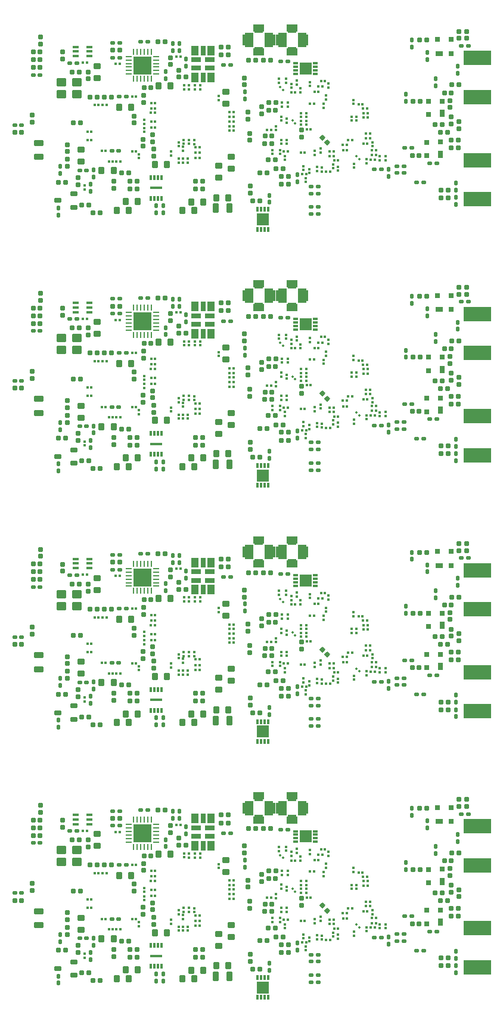
<source format=gbp>
G04 Layer_Color=128*
%FSLAX44Y44*%
%MOMM*%
G71*
G01*
G75*
G04:AMPARAMS|DCode=19|XSize=0.6mm|YSize=0.6mm|CornerRadius=0.06mm|HoleSize=0mm|Usage=FLASHONLY|Rotation=180.000|XOffset=0mm|YOffset=0mm|HoleType=Round|Shape=RoundedRectangle|*
%AMROUNDEDRECTD19*
21,1,0.6000,0.4800,0,0,180.0*
21,1,0.4800,0.6000,0,0,180.0*
1,1,0.1200,-0.2400,0.2400*
1,1,0.1200,0.2400,0.2400*
1,1,0.1200,0.2400,-0.2400*
1,1,0.1200,-0.2400,-0.2400*
%
%ADD19ROUNDEDRECTD19*%
%ADD20R,4.0000X2.0000*%
G04:AMPARAMS|DCode=22|XSize=0.5mm|YSize=0.6mm|CornerRadius=0.05mm|HoleSize=0mm|Usage=FLASHONLY|Rotation=0.000|XOffset=0mm|YOffset=0mm|HoleType=Round|Shape=RoundedRectangle|*
%AMROUNDEDRECTD22*
21,1,0.5000,0.5000,0,0,0.0*
21,1,0.4000,0.6000,0,0,0.0*
1,1,0.1000,0.2000,-0.2500*
1,1,0.1000,-0.2000,-0.2500*
1,1,0.1000,-0.2000,0.2500*
1,1,0.1000,0.2000,0.2500*
%
%ADD22ROUNDEDRECTD22*%
G04:AMPARAMS|DCode=23|XSize=0.6mm|YSize=0.6mm|CornerRadius=0.06mm|HoleSize=0mm|Usage=FLASHONLY|Rotation=270.000|XOffset=0mm|YOffset=0mm|HoleType=Round|Shape=RoundedRectangle|*
%AMROUNDEDRECTD23*
21,1,0.6000,0.4800,0,0,270.0*
21,1,0.4800,0.6000,0,0,270.0*
1,1,0.1200,-0.2400,-0.2400*
1,1,0.1200,-0.2400,0.2400*
1,1,0.1200,0.2400,0.2400*
1,1,0.1200,0.2400,-0.2400*
%
%ADD23ROUNDEDRECTD23*%
G04:AMPARAMS|DCode=24|XSize=1mm|YSize=0.9mm|CornerRadius=0.1125mm|HoleSize=0mm|Usage=FLASHONLY|Rotation=180.000|XOffset=0mm|YOffset=0mm|HoleType=Round|Shape=RoundedRectangle|*
%AMROUNDEDRECTD24*
21,1,1.0000,0.6750,0,0,180.0*
21,1,0.7750,0.9000,0,0,180.0*
1,1,0.2250,-0.3875,0.3375*
1,1,0.2250,0.3875,0.3375*
1,1,0.2250,0.3875,-0.3375*
1,1,0.2250,-0.3875,-0.3375*
%
%ADD24ROUNDEDRECTD24*%
G04:AMPARAMS|DCode=25|XSize=0.5mm|YSize=0.6mm|CornerRadius=0.05mm|HoleSize=0mm|Usage=FLASHONLY|Rotation=90.000|XOffset=0mm|YOffset=0mm|HoleType=Round|Shape=RoundedRectangle|*
%AMROUNDEDRECTD25*
21,1,0.5000,0.5000,0,0,90.0*
21,1,0.4000,0.6000,0,0,90.0*
1,1,0.1000,0.2500,0.2000*
1,1,0.1000,0.2500,-0.2000*
1,1,0.1000,-0.2500,-0.2000*
1,1,0.1000,-0.2500,0.2000*
%
%ADD25ROUNDEDRECTD25*%
%ADD35R,0.3500X0.3000*%
%ADD40R,0.3000X0.3500*%
G04:AMPARAMS|DCode=43|XSize=1.3mm|YSize=0.8mm|CornerRadius=0.1mm|HoleSize=0mm|Usage=FLASHONLY|Rotation=270.000|XOffset=0mm|YOffset=0mm|HoleType=Round|Shape=RoundedRectangle|*
%AMROUNDEDRECTD43*
21,1,1.3000,0.6000,0,0,270.0*
21,1,1.1000,0.8000,0,0,270.0*
1,1,0.2000,-0.3000,-0.5500*
1,1,0.2000,-0.3000,0.5500*
1,1,0.2000,0.3000,0.5500*
1,1,0.2000,0.3000,-0.5500*
%
%ADD43ROUNDEDRECTD43*%
%ADD80R,1.5500X1.0000*%
%ADD81R,1.2000X1.6000*%
%ADD82R,1.2000X1.2000*%
%ADD83R,1.2000X2.1500*%
%ADD84R,1.8000X0.3000*%
%ADD85R,0.3000X0.8000*%
%ADD86R,1.0000X0.7000*%
%ADD87R,0.7000X0.7000*%
%ADD88R,0.7000X0.7000*%
%ADD89R,0.7000X1.0000*%
G04:AMPARAMS|DCode=90|XSize=0.6mm|YSize=1mm|CornerRadius=0.075mm|HoleSize=0mm|Usage=FLASHONLY|Rotation=270.000|XOffset=0mm|YOffset=0mm|HoleType=Round|Shape=RoundedRectangle|*
%AMROUNDEDRECTD90*
21,1,0.6000,0.8500,0,0,270.0*
21,1,0.4500,1.0000,0,0,270.0*
1,1,0.1500,-0.4250,-0.2250*
1,1,0.1500,-0.4250,0.2250*
1,1,0.1500,0.4250,0.2250*
1,1,0.1500,0.4250,-0.2250*
%
%ADD90ROUNDEDRECTD90*%
%ADD91R,0.8500X0.4000*%
G04:AMPARAMS|DCode=94|XSize=1.3mm|YSize=0.8mm|CornerRadius=0.1mm|HoleSize=0mm|Usage=FLASHONLY|Rotation=180.000|XOffset=0mm|YOffset=0mm|HoleType=Round|Shape=RoundedRectangle|*
%AMROUNDEDRECTD94*
21,1,1.3000,0.6000,0,0,180.0*
21,1,1.1000,0.8000,0,0,180.0*
1,1,0.2000,-0.5500,0.3000*
1,1,0.2000,0.5500,0.3000*
1,1,0.2000,0.5500,-0.3000*
1,1,0.2000,-0.5500,-0.3000*
%
%ADD94ROUNDEDRECTD94*%
G04:AMPARAMS|DCode=95|XSize=1.4mm|YSize=1.2mm|CornerRadius=0.15mm|HoleSize=0mm|Usage=FLASHONLY|Rotation=0.000|XOffset=0mm|YOffset=0mm|HoleType=Round|Shape=RoundedRectangle|*
%AMROUNDEDRECTD95*
21,1,1.4000,0.9000,0,0,0.0*
21,1,1.1000,1.2000,0,0,0.0*
1,1,0.3000,0.5500,-0.4500*
1,1,0.3000,-0.5500,-0.4500*
1,1,0.3000,-0.5500,0.4500*
1,1,0.3000,0.5500,0.4500*
%
%ADD95ROUNDEDRECTD95*%
%ADD96R,2.6000X2.6000*%
%ADD97O,0.2500X0.9000*%
%ADD98O,0.9000X0.2500*%
G04:AMPARAMS|DCode=99|XSize=1mm|YSize=0.9mm|CornerRadius=0.1125mm|HoleSize=0mm|Usage=FLASHONLY|Rotation=270.000|XOffset=0mm|YOffset=0mm|HoleType=Round|Shape=RoundedRectangle|*
%AMROUNDEDRECTD99*
21,1,1.0000,0.6750,0,0,270.0*
21,1,0.7750,0.9000,0,0,270.0*
1,1,0.2250,-0.3375,-0.3875*
1,1,0.2250,-0.3375,0.3875*
1,1,0.2250,0.3375,0.3875*
1,1,0.2250,0.3375,-0.3875*
%
%ADD99ROUNDEDRECTD99*%
G04:AMPARAMS|DCode=102|XSize=0.3mm|YSize=0.35mm|CornerRadius=0mm|HoleSize=0mm|Usage=FLASHONLY|Rotation=135.000|XOffset=0mm|YOffset=0mm|HoleType=Round|Shape=Rectangle|*
%AMROTATEDRECTD102*
4,1,4,0.2298,0.0177,-0.0177,-0.2298,-0.2298,-0.0177,0.0177,0.2298,0.2298,0.0177,0.0*
%
%ADD102ROTATEDRECTD102*%

G04:AMPARAMS|DCode=103|XSize=0.6mm|YSize=0.6mm|CornerRadius=0.06mm|HoleSize=0mm|Usage=FLASHONLY|Rotation=45.000|XOffset=0mm|YOffset=0mm|HoleType=Round|Shape=RoundedRectangle|*
%AMROUNDEDRECTD103*
21,1,0.6000,0.4800,0,0,45.0*
21,1,0.4800,0.6000,0,0,45.0*
1,1,0.1200,0.3394,0.0000*
1,1,0.1200,0.0000,-0.3394*
1,1,0.1200,-0.3394,0.0000*
1,1,0.1200,0.0000,0.3394*
%
%ADD103ROUNDEDRECTD103*%
%ADD104R,0.7000X1.3500*%
%ADD105R,1.3500X0.7000*%
%ADD106R,1.0000X1.3500*%
%ADD107R,1.7000X1.7000*%
%ADD108R,0.6500X0.3000*%
%ADD109R,1.7000X1.7000*%
%ADD110R,0.3000X0.6500*%
D19*
X245885Y240025D02*
D03*
Y230025D02*
D03*
X631125Y186875D02*
D03*
Y196875D02*
D03*
X632250Y173250D02*
D03*
Y163250D02*
D03*
X37750Y176000D02*
D03*
Y166000D02*
D03*
X208750Y148250D02*
D03*
Y138250D02*
D03*
X195250Y141750D02*
D03*
Y131750D02*
D03*
X195750Y204250D02*
D03*
Y194250D02*
D03*
X181750Y174750D02*
D03*
Y164750D02*
D03*
X209750Y127750D02*
D03*
Y117750D02*
D03*
X344250Y170500D02*
D03*
Y180500D02*
D03*
X346250Y140250D02*
D03*
Y150250D02*
D03*
X363000Y178250D02*
D03*
Y188250D02*
D03*
X339000Y219000D02*
D03*
Y229000D02*
D03*
X347500Y75250D02*
D03*
Y65250D02*
D03*
X87750Y134250D02*
D03*
Y124250D02*
D03*
Y113250D02*
D03*
Y103250D02*
D03*
X117000Y227500D02*
D03*
Y237500D02*
D03*
X80250Y265500D02*
D03*
Y255500D02*
D03*
X102250Y77500D02*
D03*
Y87500D02*
D03*
X153000Y72000D02*
D03*
Y82000D02*
D03*
X643750Y167000D02*
D03*
Y157000D02*
D03*
X419760Y144714D02*
D03*
Y154714D02*
D03*
X233750Y257750D02*
D03*
Y247750D02*
D03*
X49250Y286750D02*
D03*
Y276750D02*
D03*
X654500Y295000D02*
D03*
Y285000D02*
D03*
X643500Y295000D02*
D03*
Y285000D02*
D03*
X245885Y603725D02*
D03*
Y593725D02*
D03*
X631125Y550575D02*
D03*
Y560575D02*
D03*
X632250Y536950D02*
D03*
Y526950D02*
D03*
X37750Y539700D02*
D03*
Y529700D02*
D03*
X208750Y511950D02*
D03*
Y501950D02*
D03*
X195250Y505450D02*
D03*
Y495450D02*
D03*
X195750Y567950D02*
D03*
Y557950D02*
D03*
X181750Y538450D02*
D03*
Y528450D02*
D03*
X209750Y491450D02*
D03*
Y481450D02*
D03*
X344250Y534200D02*
D03*
Y544200D02*
D03*
X346250Y503950D02*
D03*
Y513950D02*
D03*
X363000Y541950D02*
D03*
Y551950D02*
D03*
X339000Y582700D02*
D03*
Y592700D02*
D03*
X347500Y438950D02*
D03*
Y428950D02*
D03*
X87750Y497950D02*
D03*
Y487950D02*
D03*
Y476950D02*
D03*
Y466950D02*
D03*
X117000Y591200D02*
D03*
Y601200D02*
D03*
X80250Y629200D02*
D03*
Y619200D02*
D03*
X102250Y441200D02*
D03*
Y451200D02*
D03*
X153000Y435700D02*
D03*
Y445700D02*
D03*
X643750Y530700D02*
D03*
Y520700D02*
D03*
X419760Y508414D02*
D03*
Y518414D02*
D03*
X233750Y621450D02*
D03*
Y611450D02*
D03*
X49250Y650450D02*
D03*
Y640450D02*
D03*
X654500Y658700D02*
D03*
Y648700D02*
D03*
X643500Y658700D02*
D03*
Y648700D02*
D03*
X245885Y967425D02*
D03*
Y957425D02*
D03*
X631125Y914275D02*
D03*
Y924275D02*
D03*
X632250Y900650D02*
D03*
Y890650D02*
D03*
X37750Y903400D02*
D03*
Y893400D02*
D03*
X208750Y875650D02*
D03*
Y865650D02*
D03*
X195250Y869150D02*
D03*
Y859150D02*
D03*
X195750Y931650D02*
D03*
Y921650D02*
D03*
X181750Y902150D02*
D03*
Y892150D02*
D03*
X209750Y855150D02*
D03*
Y845150D02*
D03*
X344250Y897900D02*
D03*
Y907900D02*
D03*
X346250Y867650D02*
D03*
Y877650D02*
D03*
X363000Y905650D02*
D03*
Y915650D02*
D03*
X339000Y946400D02*
D03*
Y956400D02*
D03*
X347500Y802650D02*
D03*
Y792650D02*
D03*
X87750Y861650D02*
D03*
Y851650D02*
D03*
Y840650D02*
D03*
Y830650D02*
D03*
X117000Y954900D02*
D03*
Y964900D02*
D03*
X80250Y992900D02*
D03*
Y982900D02*
D03*
X102250Y804900D02*
D03*
Y814900D02*
D03*
X153000Y799400D02*
D03*
Y809400D02*
D03*
X643750Y894400D02*
D03*
Y884400D02*
D03*
X419760Y872114D02*
D03*
Y882114D02*
D03*
X233750Y985150D02*
D03*
Y975150D02*
D03*
X49250Y1014150D02*
D03*
Y1004150D02*
D03*
X654500Y1022400D02*
D03*
Y1012400D02*
D03*
X643500Y1022400D02*
D03*
Y1012400D02*
D03*
X245885Y1331125D02*
D03*
Y1321125D02*
D03*
X631125Y1277975D02*
D03*
Y1287975D02*
D03*
X632250Y1264350D02*
D03*
Y1254350D02*
D03*
X37750Y1267100D02*
D03*
Y1257100D02*
D03*
X208750Y1239350D02*
D03*
Y1229350D02*
D03*
X195250Y1232850D02*
D03*
Y1222850D02*
D03*
X195750Y1295350D02*
D03*
Y1285350D02*
D03*
X181750Y1265850D02*
D03*
Y1255850D02*
D03*
X209750Y1218850D02*
D03*
Y1208850D02*
D03*
X344250Y1261600D02*
D03*
Y1271600D02*
D03*
X346250Y1231350D02*
D03*
Y1241350D02*
D03*
X363000Y1269350D02*
D03*
Y1279350D02*
D03*
X339000Y1310100D02*
D03*
Y1320100D02*
D03*
X347500Y1166350D02*
D03*
Y1156350D02*
D03*
X87750Y1225350D02*
D03*
Y1215350D02*
D03*
Y1204350D02*
D03*
Y1194350D02*
D03*
X117000Y1318600D02*
D03*
Y1328600D02*
D03*
X80250Y1356600D02*
D03*
Y1346600D02*
D03*
X102250Y1168600D02*
D03*
Y1178600D02*
D03*
X153000Y1163100D02*
D03*
Y1173100D02*
D03*
X643750Y1258100D02*
D03*
Y1248100D02*
D03*
X419760Y1235814D02*
D03*
Y1245814D02*
D03*
X233750Y1348850D02*
D03*
Y1338850D02*
D03*
X49250Y1377850D02*
D03*
Y1367850D02*
D03*
X654500Y1386100D02*
D03*
Y1376100D02*
D03*
X643500Y1386100D02*
D03*
Y1376100D02*
D03*
D20*
X669450Y201675D02*
D03*
Y257075D02*
D03*
Y112075D02*
D03*
Y56675D02*
D03*
Y565375D02*
D03*
Y620775D02*
D03*
Y475775D02*
D03*
Y420375D02*
D03*
Y929075D02*
D03*
Y984475D02*
D03*
Y839475D02*
D03*
Y784075D02*
D03*
Y1292775D02*
D03*
Y1348175D02*
D03*
Y1203175D02*
D03*
Y1147775D02*
D03*
D22*
X568250Y205750D02*
D03*
Y195750D02*
D03*
X576750Y272500D02*
D03*
Y282500D02*
D03*
X74500Y44250D02*
D03*
Y34250D02*
D03*
X77250Y103250D02*
D03*
Y93250D02*
D03*
X374500Y62250D02*
D03*
Y52250D02*
D03*
X120250Y77750D02*
D03*
Y67750D02*
D03*
X227000Y228000D02*
D03*
Y238000D02*
D03*
X339250Y199000D02*
D03*
Y209000D02*
D03*
X413750Y81250D02*
D03*
X413750Y91250D02*
D03*
X223250Y37250D02*
D03*
Y47250D02*
D03*
X213254D02*
D03*
Y37250D02*
D03*
X256000Y256000D02*
D03*
Y246000D02*
D03*
X246500Y268000D02*
D03*
Y278000D02*
D03*
X237250Y268000D02*
D03*
Y278000D02*
D03*
X610250Y228000D02*
D03*
Y218000D02*
D03*
X599000Y264750D02*
D03*
Y254750D02*
D03*
X543819Y89319D02*
D03*
Y99319D02*
D03*
X125000Y88250D02*
D03*
Y98250D02*
D03*
X642250Y245500D02*
D03*
Y235500D02*
D03*
X639500Y59000D02*
D03*
Y49000D02*
D03*
Y79500D02*
D03*
Y69500D02*
D03*
X568250Y569450D02*
D03*
Y559450D02*
D03*
X576750Y636200D02*
D03*
Y646200D02*
D03*
X74500Y407950D02*
D03*
Y397950D02*
D03*
X77250Y466950D02*
D03*
Y456950D02*
D03*
X374500Y425950D02*
D03*
Y415950D02*
D03*
X120250Y441450D02*
D03*
Y431450D02*
D03*
X227000Y591700D02*
D03*
Y601700D02*
D03*
X339250Y562700D02*
D03*
Y572700D02*
D03*
X413750Y444950D02*
D03*
X413750Y454950D02*
D03*
X223250Y400950D02*
D03*
Y410950D02*
D03*
X213254D02*
D03*
Y400950D02*
D03*
X256000Y619700D02*
D03*
Y609700D02*
D03*
X246500Y631700D02*
D03*
Y641700D02*
D03*
X237250Y631700D02*
D03*
Y641700D02*
D03*
X610250Y591700D02*
D03*
Y581700D02*
D03*
X599000Y628450D02*
D03*
Y618450D02*
D03*
X543819Y453019D02*
D03*
Y463019D02*
D03*
X125000Y451950D02*
D03*
Y461950D02*
D03*
X642250Y609200D02*
D03*
Y599200D02*
D03*
X639500Y422700D02*
D03*
Y412700D02*
D03*
Y443200D02*
D03*
Y433200D02*
D03*
X568250Y933150D02*
D03*
Y923150D02*
D03*
X576750Y999900D02*
D03*
Y1009900D02*
D03*
X74500Y771650D02*
D03*
Y761650D02*
D03*
X77250Y830650D02*
D03*
Y820650D02*
D03*
X374500Y789650D02*
D03*
Y779650D02*
D03*
X120250Y805150D02*
D03*
Y795150D02*
D03*
X227000Y955400D02*
D03*
Y965400D02*
D03*
X339250Y926400D02*
D03*
Y936400D02*
D03*
X413750Y808650D02*
D03*
X413750Y818650D02*
D03*
X223250Y764650D02*
D03*
Y774650D02*
D03*
X213254D02*
D03*
Y764650D02*
D03*
X256000Y983400D02*
D03*
Y973400D02*
D03*
X246500Y995400D02*
D03*
Y1005400D02*
D03*
X237250Y995400D02*
D03*
Y1005400D02*
D03*
X610250Y955400D02*
D03*
Y945400D02*
D03*
X599000Y992150D02*
D03*
Y982150D02*
D03*
X543819Y816719D02*
D03*
Y826719D02*
D03*
X125000Y815650D02*
D03*
Y825650D02*
D03*
X642250Y972900D02*
D03*
Y962900D02*
D03*
X639500Y786400D02*
D03*
Y776400D02*
D03*
Y806900D02*
D03*
Y796900D02*
D03*
X568250Y1296850D02*
D03*
Y1286850D02*
D03*
X576750Y1363600D02*
D03*
Y1373600D02*
D03*
X74500Y1135350D02*
D03*
Y1125350D02*
D03*
X77250Y1194350D02*
D03*
Y1184350D02*
D03*
X374500Y1153350D02*
D03*
Y1143350D02*
D03*
X120250Y1168850D02*
D03*
Y1158850D02*
D03*
X227000Y1319100D02*
D03*
Y1329100D02*
D03*
X339250Y1290100D02*
D03*
Y1300100D02*
D03*
X413750Y1172350D02*
D03*
X413750Y1182350D02*
D03*
X223250Y1128350D02*
D03*
Y1138350D02*
D03*
X213254D02*
D03*
Y1128350D02*
D03*
X256000Y1347100D02*
D03*
Y1337100D02*
D03*
X246500Y1359100D02*
D03*
Y1369100D02*
D03*
X237250Y1359100D02*
D03*
Y1369100D02*
D03*
X610250Y1319100D02*
D03*
Y1309100D02*
D03*
X599000Y1355850D02*
D03*
Y1345850D02*
D03*
X543819Y1180419D02*
D03*
Y1190419D02*
D03*
X125000Y1179350D02*
D03*
Y1189350D02*
D03*
X642250Y1336600D02*
D03*
Y1326600D02*
D03*
X639500Y1150100D02*
D03*
Y1140100D02*
D03*
Y1170600D02*
D03*
Y1160600D02*
D03*
D23*
X255750Y230000D02*
D03*
X245750D02*
D03*
X74500Y80750D02*
D03*
X84500D02*
D03*
X124000Y37500D02*
D03*
X134000D02*
D03*
X108000Y48500D02*
D03*
X118000D02*
D03*
X620125Y162625D02*
D03*
X610125D02*
D03*
X587500Y282500D02*
D03*
X597500D02*
D03*
X587250Y118750D02*
D03*
X577250D02*
D03*
X588750Y195750D02*
D03*
X578750Y195750D02*
D03*
X627625Y151625D02*
D03*
X617625D02*
D03*
X632875Y207875D02*
D03*
X622875D02*
D03*
X643250Y219000D02*
D03*
X633250D02*
D03*
X642750Y140500D02*
D03*
X632750Y140500D02*
D03*
X206250Y215250D02*
D03*
X196250D02*
D03*
X48750Y265750D02*
D03*
X38750D02*
D03*
X48750Y254750D02*
D03*
X38750D02*
D03*
X368000Y135750D02*
D03*
X378000D02*
D03*
X365750Y253750D02*
D03*
X375750D02*
D03*
X344750D02*
D03*
X354750D02*
D03*
X22525Y151705D02*
D03*
X12525D02*
D03*
X360500Y54250D02*
D03*
X350500D02*
D03*
X119500Y201750D02*
D03*
X129500D02*
D03*
X149750D02*
D03*
X139750D02*
D03*
X48750Y243750D02*
D03*
X38750D02*
D03*
X96000Y164750D02*
D03*
X106000D02*
D03*
X94250Y237500D02*
D03*
X104250D02*
D03*
X216250Y280250D02*
D03*
X226250D02*
D03*
X164500Y93750D02*
D03*
X174500D02*
D03*
X176391Y81901D02*
D03*
X186391D02*
D03*
X269500Y82000D02*
D03*
X279500D02*
D03*
X186391Y70901D02*
D03*
X176391D02*
D03*
X279500Y71000D02*
D03*
X269500D02*
D03*
X632750Y129500D02*
D03*
X642750D02*
D03*
X368010Y146214D02*
D03*
X378010D02*
D03*
X373260Y193714D02*
D03*
X383260D02*
D03*
X373223Y182750D02*
D03*
X383223D02*
D03*
X373000Y112777D02*
D03*
X383000D02*
D03*
X371000Y94277D02*
D03*
X361000D02*
D03*
X401500Y89027D02*
D03*
X391500D02*
D03*
X393500Y100027D02*
D03*
X383500D02*
D03*
X401510Y77964D02*
D03*
X391510D02*
D03*
X306000Y261750D02*
D03*
X316000D02*
D03*
X305944Y272913D02*
D03*
X315944D02*
D03*
X151750Y268250D02*
D03*
X161750D02*
D03*
X618000Y58780D02*
D03*
X628000D02*
D03*
X618000Y69750D02*
D03*
X628000D02*
D03*
X255750Y593700D02*
D03*
X245750D02*
D03*
X74500Y444450D02*
D03*
X84500D02*
D03*
X124000Y401200D02*
D03*
X134000D02*
D03*
X108000Y412200D02*
D03*
X118000D02*
D03*
X620125Y526325D02*
D03*
X610125D02*
D03*
X587500Y646200D02*
D03*
X597500D02*
D03*
X587250Y482450D02*
D03*
X577250D02*
D03*
X588750Y559450D02*
D03*
X578750Y559450D02*
D03*
X627625Y515325D02*
D03*
X617625D02*
D03*
X632875Y571575D02*
D03*
X622875D02*
D03*
X643250Y582700D02*
D03*
X633250D02*
D03*
X642750Y504200D02*
D03*
X632750Y504200D02*
D03*
X206250Y578950D02*
D03*
X196250D02*
D03*
X48750Y629450D02*
D03*
X38750D02*
D03*
X48750Y618450D02*
D03*
X38750D02*
D03*
X368000Y499450D02*
D03*
X378000D02*
D03*
X365750Y617450D02*
D03*
X375750D02*
D03*
X344750D02*
D03*
X354750D02*
D03*
X22525Y515405D02*
D03*
X12525D02*
D03*
X360500Y417950D02*
D03*
X350500D02*
D03*
X119500Y565450D02*
D03*
X129500D02*
D03*
X149750D02*
D03*
X139750D02*
D03*
X48750Y607450D02*
D03*
X38750D02*
D03*
X96000Y528450D02*
D03*
X106000D02*
D03*
X94250Y601200D02*
D03*
X104250D02*
D03*
X216250Y643950D02*
D03*
X226250D02*
D03*
X164500Y457450D02*
D03*
X174500D02*
D03*
X176391Y445601D02*
D03*
X186391D02*
D03*
X269500Y445700D02*
D03*
X279500D02*
D03*
X186391Y434601D02*
D03*
X176391D02*
D03*
X279500Y434700D02*
D03*
X269500D02*
D03*
X632750Y493200D02*
D03*
X642750D02*
D03*
X368010Y509914D02*
D03*
X378010D02*
D03*
X373260Y557414D02*
D03*
X383260D02*
D03*
X373223Y546450D02*
D03*
X383223D02*
D03*
X373000Y476477D02*
D03*
X383000D02*
D03*
X371000Y457977D02*
D03*
X361000D02*
D03*
X401500Y452727D02*
D03*
X391500D02*
D03*
X393500Y463727D02*
D03*
X383500D02*
D03*
X401510Y441664D02*
D03*
X391510D02*
D03*
X306000Y625450D02*
D03*
X316000D02*
D03*
X305944Y636613D02*
D03*
X315944D02*
D03*
X151750Y631950D02*
D03*
X161750D02*
D03*
X618000Y422480D02*
D03*
X628000D02*
D03*
X618000Y433450D02*
D03*
X628000D02*
D03*
X255750Y957400D02*
D03*
X245750D02*
D03*
X74500Y808150D02*
D03*
X84500D02*
D03*
X124000Y764900D02*
D03*
X134000D02*
D03*
X108000Y775900D02*
D03*
X118000D02*
D03*
X620125Y890025D02*
D03*
X610125D02*
D03*
X587500Y1009900D02*
D03*
X597500D02*
D03*
X587250Y846150D02*
D03*
X577250D02*
D03*
X588750Y923150D02*
D03*
X578750Y923150D02*
D03*
X627625Y879025D02*
D03*
X617625D02*
D03*
X632875Y935275D02*
D03*
X622875D02*
D03*
X643250Y946400D02*
D03*
X633250D02*
D03*
X642750Y867900D02*
D03*
X632750Y867900D02*
D03*
X206250Y942650D02*
D03*
X196250D02*
D03*
X48750Y993150D02*
D03*
X38750D02*
D03*
X48750Y982150D02*
D03*
X38750D02*
D03*
X368000Y863150D02*
D03*
X378000D02*
D03*
X365750Y981150D02*
D03*
X375750D02*
D03*
X344750D02*
D03*
X354750D02*
D03*
X22525Y879105D02*
D03*
X12525D02*
D03*
X360500Y781650D02*
D03*
X350500D02*
D03*
X119500Y929150D02*
D03*
X129500D02*
D03*
X149750D02*
D03*
X139750D02*
D03*
X48750Y971150D02*
D03*
X38750D02*
D03*
X96000Y892150D02*
D03*
X106000D02*
D03*
X94250Y964900D02*
D03*
X104250D02*
D03*
X216250Y1007650D02*
D03*
X226250D02*
D03*
X164500Y821150D02*
D03*
X174500D02*
D03*
X176391Y809301D02*
D03*
X186391D02*
D03*
X269500Y809400D02*
D03*
X279500D02*
D03*
X186391Y798301D02*
D03*
X176391D02*
D03*
X279500Y798400D02*
D03*
X269500D02*
D03*
X632750Y856900D02*
D03*
X642750D02*
D03*
X368010Y873614D02*
D03*
X378010D02*
D03*
X373260Y921114D02*
D03*
X383260D02*
D03*
X373223Y910150D02*
D03*
X383223D02*
D03*
X373000Y840177D02*
D03*
X383000D02*
D03*
X371000Y821677D02*
D03*
X361000D02*
D03*
X401500Y816427D02*
D03*
X391500D02*
D03*
X393500Y827427D02*
D03*
X383500D02*
D03*
X401510Y805364D02*
D03*
X391510D02*
D03*
X306000Y989150D02*
D03*
X316000D02*
D03*
X305944Y1000313D02*
D03*
X315944D02*
D03*
X151750Y995650D02*
D03*
X161750D02*
D03*
X618000Y786180D02*
D03*
X628000D02*
D03*
X618000Y797150D02*
D03*
X628000D02*
D03*
X255750Y1321100D02*
D03*
X245750D02*
D03*
X74500Y1171850D02*
D03*
X84500D02*
D03*
X124000Y1128600D02*
D03*
X134000D02*
D03*
X108000Y1139600D02*
D03*
X118000D02*
D03*
X620125Y1253725D02*
D03*
X610125D02*
D03*
X587500Y1373600D02*
D03*
X597500D02*
D03*
X587250Y1209850D02*
D03*
X577250D02*
D03*
X588750Y1286850D02*
D03*
X578750Y1286850D02*
D03*
X627625Y1242725D02*
D03*
X617625D02*
D03*
X632875Y1298975D02*
D03*
X622875D02*
D03*
X643250Y1310100D02*
D03*
X633250D02*
D03*
X642750Y1231600D02*
D03*
X632750Y1231600D02*
D03*
X206250Y1306350D02*
D03*
X196250D02*
D03*
X48750Y1356850D02*
D03*
X38750D02*
D03*
X48750Y1345850D02*
D03*
X38750D02*
D03*
X368000Y1226850D02*
D03*
X378000D02*
D03*
X365750Y1344850D02*
D03*
X375750D02*
D03*
X344750D02*
D03*
X354750D02*
D03*
X22525Y1242805D02*
D03*
X12525D02*
D03*
X360500Y1145350D02*
D03*
X350500D02*
D03*
X119500Y1292850D02*
D03*
X129500D02*
D03*
X149750D02*
D03*
X139750D02*
D03*
X48750Y1334850D02*
D03*
X38750D02*
D03*
X96000Y1255850D02*
D03*
X106000D02*
D03*
X94250Y1328600D02*
D03*
X104250D02*
D03*
X216250Y1371350D02*
D03*
X226250D02*
D03*
X164500Y1184850D02*
D03*
X174500D02*
D03*
X176391Y1173001D02*
D03*
X186391D02*
D03*
X269500Y1173100D02*
D03*
X279500D02*
D03*
X186391Y1162001D02*
D03*
X176391D02*
D03*
X279500Y1162100D02*
D03*
X269500D02*
D03*
X632750Y1220600D02*
D03*
X642750D02*
D03*
X368010Y1237314D02*
D03*
X378010D02*
D03*
X373260Y1284814D02*
D03*
X383260D02*
D03*
X373223Y1273850D02*
D03*
X383223D02*
D03*
X373000Y1203877D02*
D03*
X383000D02*
D03*
X371000Y1185377D02*
D03*
X361000D02*
D03*
X401500Y1180127D02*
D03*
X391500D02*
D03*
X393500Y1191127D02*
D03*
X383500D02*
D03*
X401510Y1169064D02*
D03*
X391510D02*
D03*
X306000Y1352850D02*
D03*
X316000D02*
D03*
X305944Y1364014D02*
D03*
X315944D02*
D03*
X151750Y1359350D02*
D03*
X161750D02*
D03*
X618000Y1149880D02*
D03*
X628000D02*
D03*
X618000Y1160850D02*
D03*
X628000D02*
D03*
D24*
X302500Y87250D02*
D03*
Y104250D02*
D03*
X312500Y192350D02*
D03*
Y209350D02*
D03*
X106750Y109850D02*
D03*
Y126850D02*
D03*
X320500Y99750D02*
D03*
Y116750D02*
D03*
X130000Y246000D02*
D03*
Y229000D02*
D03*
X302500Y450950D02*
D03*
Y467950D02*
D03*
X312500Y556050D02*
D03*
Y573050D02*
D03*
X106750Y473550D02*
D03*
Y490550D02*
D03*
X320500Y463450D02*
D03*
Y480450D02*
D03*
X130000Y609700D02*
D03*
Y592700D02*
D03*
X302500Y814650D02*
D03*
Y831650D02*
D03*
X312500Y919750D02*
D03*
Y936750D02*
D03*
X106750Y837250D02*
D03*
Y854250D02*
D03*
X320500Y827150D02*
D03*
Y844150D02*
D03*
X130000Y973400D02*
D03*
Y956400D02*
D03*
X302500Y1178350D02*
D03*
Y1195350D02*
D03*
X312500Y1283450D02*
D03*
Y1300450D02*
D03*
X106750Y1200950D02*
D03*
Y1217950D02*
D03*
X320500Y1190850D02*
D03*
Y1207850D02*
D03*
X130000Y1337100D02*
D03*
Y1320100D02*
D03*
D25*
X309500Y247000D02*
D03*
X319500D02*
D03*
X566500Y129250D02*
D03*
X576500D02*
D03*
X48750Y233250D02*
D03*
X38750D02*
D03*
X12500Y162000D02*
D03*
X22500D02*
D03*
X104750Y97750D02*
D03*
X114750D02*
D03*
X400500Y252000D02*
D03*
X390500D02*
D03*
X101000Y250250D02*
D03*
X91000D02*
D03*
X160501Y125100D02*
D03*
X150500D02*
D03*
X160751Y202350D02*
D03*
X170751D02*
D03*
X201750Y280250D02*
D03*
X191750D02*
D03*
X555853Y93750D02*
D03*
X565853D02*
D03*
X523250Y98750D02*
D03*
X533250D02*
D03*
X434000Y45750D02*
D03*
X444000D02*
D03*
X443918Y74667D02*
D03*
X433918D02*
D03*
X151750Y257750D02*
D03*
X161750D02*
D03*
X151750Y278750D02*
D03*
X161750D02*
D03*
X612000Y107750D02*
D03*
X602000D02*
D03*
X593750Y80250D02*
D03*
X583750D02*
D03*
X555853Y103750D02*
D03*
X565853D02*
D03*
X433918Y64667D02*
D03*
X443918D02*
D03*
X434000Y35500D02*
D03*
X444000D02*
D03*
X657000Y274500D02*
D03*
X647000D02*
D03*
X309500Y610700D02*
D03*
X319500D02*
D03*
X566500Y492950D02*
D03*
X576500D02*
D03*
X48750Y596950D02*
D03*
X38750D02*
D03*
X12500Y525700D02*
D03*
X22500D02*
D03*
X104750Y461450D02*
D03*
X114750D02*
D03*
X400500Y615700D02*
D03*
X390500D02*
D03*
X101000Y613950D02*
D03*
X91000D02*
D03*
X160501Y488800D02*
D03*
X150500D02*
D03*
X160751Y566050D02*
D03*
X170751D02*
D03*
X201750Y643950D02*
D03*
X191750D02*
D03*
X555853Y457450D02*
D03*
X565853D02*
D03*
X523250Y462450D02*
D03*
X533250D02*
D03*
X434000Y409450D02*
D03*
X444000D02*
D03*
X443918Y438367D02*
D03*
X433918D02*
D03*
X151750Y621450D02*
D03*
X161750D02*
D03*
X151750Y642450D02*
D03*
X161750D02*
D03*
X612000Y471450D02*
D03*
X602000D02*
D03*
X593750Y443950D02*
D03*
X583750D02*
D03*
X555853Y467450D02*
D03*
X565853D02*
D03*
X433918Y428367D02*
D03*
X443918D02*
D03*
X434000Y399200D02*
D03*
X444000D02*
D03*
X657000Y638200D02*
D03*
X647000D02*
D03*
X309500Y974400D02*
D03*
X319500D02*
D03*
X566500Y856650D02*
D03*
X576500D02*
D03*
X48750Y960650D02*
D03*
X38750D02*
D03*
X12500Y889400D02*
D03*
X22500D02*
D03*
X104750Y825150D02*
D03*
X114750D02*
D03*
X400500Y979400D02*
D03*
X390500D02*
D03*
X101000Y977650D02*
D03*
X91000D02*
D03*
X160501Y852500D02*
D03*
X150500D02*
D03*
X160751Y929750D02*
D03*
X170751D02*
D03*
X201750Y1007650D02*
D03*
X191750D02*
D03*
X555853Y821150D02*
D03*
X565853D02*
D03*
X523250Y826150D02*
D03*
X533250D02*
D03*
X434000Y773150D02*
D03*
X444000D02*
D03*
X443918Y802067D02*
D03*
X433918D02*
D03*
X151750Y985150D02*
D03*
X161750D02*
D03*
X151750Y1006150D02*
D03*
X161750D02*
D03*
X612000Y835150D02*
D03*
X602000D02*
D03*
X593750Y807650D02*
D03*
X583750D02*
D03*
X555853Y831150D02*
D03*
X565853D02*
D03*
X433918Y792067D02*
D03*
X443918D02*
D03*
X434000Y762900D02*
D03*
X444000D02*
D03*
X657000Y1001900D02*
D03*
X647000D02*
D03*
X309500Y1338100D02*
D03*
X319500D02*
D03*
X566500Y1220350D02*
D03*
X576500D02*
D03*
X48750Y1324350D02*
D03*
X38750D02*
D03*
X12500Y1253100D02*
D03*
X22500D02*
D03*
X104750Y1188850D02*
D03*
X114750D02*
D03*
X400500Y1343100D02*
D03*
X390500D02*
D03*
X101000Y1341350D02*
D03*
X91000D02*
D03*
X160501Y1216200D02*
D03*
X150500D02*
D03*
X160751Y1293450D02*
D03*
X170751D02*
D03*
X201750Y1371350D02*
D03*
X191750D02*
D03*
X555853Y1184850D02*
D03*
X565853D02*
D03*
X523250Y1189850D02*
D03*
X533250D02*
D03*
X434000Y1136850D02*
D03*
X444000D02*
D03*
X443918Y1165767D02*
D03*
X433918D02*
D03*
X151750Y1348850D02*
D03*
X161750D02*
D03*
X151750Y1369850D02*
D03*
X161750D02*
D03*
X612000Y1198850D02*
D03*
X602000D02*
D03*
X593750Y1171350D02*
D03*
X583750D02*
D03*
X555853Y1194850D02*
D03*
X565853D02*
D03*
X433918Y1155767D02*
D03*
X443918D02*
D03*
X434000Y1126600D02*
D03*
X444000D02*
D03*
X657000Y1365600D02*
D03*
X647000D02*
D03*
D35*
X491500Y168200D02*
D03*
Y173800D02*
D03*
X493890Y191950D02*
D03*
Y197550D02*
D03*
X498250Y173800D02*
D03*
Y168200D02*
D03*
X258500Y114300D02*
D03*
Y108700D02*
D03*
X196751Y157650D02*
D03*
Y152050D02*
D03*
X188750Y115050D02*
D03*
Y120650D02*
D03*
X111500Y76050D02*
D03*
Y70450D02*
D03*
X196250Y169400D02*
D03*
Y163800D02*
D03*
X245250Y108700D02*
D03*
Y114300D02*
D03*
X252000Y108700D02*
D03*
X252000Y114300D02*
D03*
X267500Y134950D02*
D03*
X267500Y140550D02*
D03*
X260400Y218260D02*
D03*
Y212660D02*
D03*
X252950Y218510D02*
D03*
Y212910D02*
D03*
X260250Y135200D02*
D03*
Y140800D02*
D03*
X252500Y135200D02*
D03*
X252500Y140800D02*
D03*
X268600Y218260D02*
D03*
Y212660D02*
D03*
X234500Y118700D02*
D03*
Y124300D02*
D03*
X251500Y125450D02*
D03*
Y131050D02*
D03*
X246000Y137550D02*
D03*
X246000Y131950D02*
D03*
X276500Y218300D02*
D03*
Y212700D02*
D03*
X302750Y203300D02*
D03*
Y197700D02*
D03*
X398510Y140940D02*
D03*
Y135340D02*
D03*
X391250Y141027D02*
D03*
Y135427D02*
D03*
X383250Y154750D02*
D03*
Y160350D02*
D03*
X399260Y165414D02*
D03*
Y171014D02*
D03*
X391460Y168214D02*
D03*
Y173814D02*
D03*
X392000Y193714D02*
D03*
Y188114D02*
D03*
X400500Y193714D02*
D03*
Y188114D02*
D03*
X398010Y227764D02*
D03*
Y222164D02*
D03*
X388000Y222027D02*
D03*
Y227627D02*
D03*
X418760Y208414D02*
D03*
Y214014D02*
D03*
X405750Y214777D02*
D03*
Y220377D02*
D03*
X413260Y219414D02*
D03*
Y225014D02*
D03*
X426760Y168014D02*
D03*
Y162414D02*
D03*
X419250Y168110D02*
D03*
Y162510D02*
D03*
X426760Y179014D02*
D03*
Y173414D02*
D03*
X419250Y179014D02*
D03*
Y173414D02*
D03*
X454760Y203714D02*
D03*
Y198114D02*
D03*
X431760Y217414D02*
D03*
Y223014D02*
D03*
X451250Y192027D02*
D03*
Y186427D02*
D03*
X458260Y215164D02*
D03*
Y220764D02*
D03*
X520500Y132027D02*
D03*
Y137627D02*
D03*
X531214Y117673D02*
D03*
Y112073D02*
D03*
X539437Y117817D02*
D03*
Y112217D02*
D03*
X439000Y125100D02*
D03*
Y119500D02*
D03*
X447270Y122964D02*
D03*
Y128564D02*
D03*
X442250Y102300D02*
D03*
Y96700D02*
D03*
X512460Y113514D02*
D03*
Y107914D02*
D03*
X422510Y103514D02*
D03*
Y97914D02*
D03*
X389260Y126514D02*
D03*
Y120914D02*
D03*
X378750Y126527D02*
D03*
Y120927D02*
D03*
X396250Y112277D02*
D03*
Y117877D02*
D03*
X448750Y101550D02*
D03*
Y95950D02*
D03*
X494740Y107000D02*
D03*
Y101400D02*
D03*
X426060Y86564D02*
D03*
Y80964D02*
D03*
X431500Y99250D02*
D03*
Y93650D02*
D03*
X471750Y97200D02*
D03*
Y102800D02*
D03*
X465050Y100450D02*
D03*
Y106050D02*
D03*
X491500Y531900D02*
D03*
Y537500D02*
D03*
X493890Y555650D02*
D03*
Y561250D02*
D03*
X498250Y537500D02*
D03*
Y531900D02*
D03*
X258500Y478000D02*
D03*
Y472400D02*
D03*
X196751Y521350D02*
D03*
Y515750D02*
D03*
X188750Y478750D02*
D03*
Y484350D02*
D03*
X111500Y439750D02*
D03*
Y434150D02*
D03*
X196250Y533100D02*
D03*
Y527500D02*
D03*
X245250Y472400D02*
D03*
Y478000D02*
D03*
X252000Y472400D02*
D03*
X252000Y478000D02*
D03*
X267500Y498650D02*
D03*
X267500Y504250D02*
D03*
X260400Y581960D02*
D03*
Y576360D02*
D03*
X252950Y582210D02*
D03*
Y576610D02*
D03*
X260250Y498900D02*
D03*
Y504500D02*
D03*
X252500Y498900D02*
D03*
X252500Y504500D02*
D03*
X268600Y581960D02*
D03*
Y576360D02*
D03*
X234500Y482400D02*
D03*
Y488000D02*
D03*
X251500Y489150D02*
D03*
Y494750D02*
D03*
X246000Y501250D02*
D03*
X246000Y495650D02*
D03*
X276500Y582000D02*
D03*
Y576400D02*
D03*
X302750Y567000D02*
D03*
Y561400D02*
D03*
X398510Y504640D02*
D03*
Y499040D02*
D03*
X391250Y504727D02*
D03*
Y499127D02*
D03*
X383250Y518450D02*
D03*
Y524050D02*
D03*
X399260Y529114D02*
D03*
Y534714D02*
D03*
X391460Y531914D02*
D03*
Y537514D02*
D03*
X392000Y557414D02*
D03*
Y551814D02*
D03*
X400500Y557414D02*
D03*
Y551814D02*
D03*
X398010Y591464D02*
D03*
Y585864D02*
D03*
X388000Y585727D02*
D03*
Y591327D02*
D03*
X418760Y572114D02*
D03*
Y577714D02*
D03*
X405750Y578477D02*
D03*
Y584077D02*
D03*
X413260Y583114D02*
D03*
Y588714D02*
D03*
X426760Y531714D02*
D03*
Y526114D02*
D03*
X419250Y531810D02*
D03*
Y526210D02*
D03*
X426760Y542714D02*
D03*
Y537114D02*
D03*
X419250Y542714D02*
D03*
Y537114D02*
D03*
X454760Y567414D02*
D03*
Y561814D02*
D03*
X431760Y581114D02*
D03*
Y586714D02*
D03*
X451250Y555727D02*
D03*
Y550127D02*
D03*
X458260Y578864D02*
D03*
Y584464D02*
D03*
X520500Y495727D02*
D03*
Y501327D02*
D03*
X531214Y481373D02*
D03*
Y475773D02*
D03*
X539437Y481517D02*
D03*
Y475917D02*
D03*
X439000Y488800D02*
D03*
Y483200D02*
D03*
X447270Y486664D02*
D03*
Y492264D02*
D03*
X442250Y466000D02*
D03*
Y460400D02*
D03*
X512460Y477214D02*
D03*
Y471614D02*
D03*
X422510Y467214D02*
D03*
Y461614D02*
D03*
X389260Y490214D02*
D03*
Y484614D02*
D03*
X378750Y490227D02*
D03*
Y484627D02*
D03*
X396250Y475977D02*
D03*
Y481577D02*
D03*
X448750Y465250D02*
D03*
Y459650D02*
D03*
X494740Y470700D02*
D03*
Y465100D02*
D03*
X426060Y450264D02*
D03*
Y444664D02*
D03*
X431500Y462950D02*
D03*
Y457350D02*
D03*
X471750Y460900D02*
D03*
Y466500D02*
D03*
X465050Y464150D02*
D03*
Y469750D02*
D03*
X491500Y895600D02*
D03*
Y901200D02*
D03*
X493890Y919350D02*
D03*
Y924950D02*
D03*
X498250Y901200D02*
D03*
Y895600D02*
D03*
X258500Y841700D02*
D03*
Y836100D02*
D03*
X196751Y885050D02*
D03*
Y879450D02*
D03*
X188750Y842450D02*
D03*
Y848050D02*
D03*
X111500Y803450D02*
D03*
Y797850D02*
D03*
X196250Y896800D02*
D03*
Y891200D02*
D03*
X245250Y836100D02*
D03*
Y841700D02*
D03*
X252000Y836100D02*
D03*
X252000Y841700D02*
D03*
X267500Y862350D02*
D03*
X267500Y867950D02*
D03*
X260400Y945660D02*
D03*
Y940060D02*
D03*
X252950Y945910D02*
D03*
Y940310D02*
D03*
X260250Y862600D02*
D03*
Y868200D02*
D03*
X252500Y862600D02*
D03*
X252500Y868200D02*
D03*
X268600Y945660D02*
D03*
Y940060D02*
D03*
X234500Y846100D02*
D03*
Y851700D02*
D03*
X251500Y852850D02*
D03*
Y858450D02*
D03*
X246000Y864950D02*
D03*
X246000Y859350D02*
D03*
X276500Y945700D02*
D03*
Y940100D02*
D03*
X302750Y930700D02*
D03*
Y925100D02*
D03*
X398510Y868340D02*
D03*
Y862740D02*
D03*
X391250Y868427D02*
D03*
Y862827D02*
D03*
X383250Y882150D02*
D03*
Y887750D02*
D03*
X399260Y892814D02*
D03*
Y898414D02*
D03*
X391460Y895614D02*
D03*
Y901214D02*
D03*
X392000Y921114D02*
D03*
Y915514D02*
D03*
X400500Y921114D02*
D03*
Y915514D02*
D03*
X398010Y955164D02*
D03*
Y949564D02*
D03*
X388000Y949427D02*
D03*
Y955027D02*
D03*
X418760Y935814D02*
D03*
Y941414D02*
D03*
X405750Y942177D02*
D03*
Y947777D02*
D03*
X413260Y946814D02*
D03*
Y952414D02*
D03*
X426760Y895414D02*
D03*
Y889814D02*
D03*
X419250Y895510D02*
D03*
Y889910D02*
D03*
X426760Y906414D02*
D03*
Y900814D02*
D03*
X419250Y906414D02*
D03*
Y900814D02*
D03*
X454760Y931114D02*
D03*
Y925514D02*
D03*
X431760Y944814D02*
D03*
Y950414D02*
D03*
X451250Y919427D02*
D03*
Y913827D02*
D03*
X458260Y942564D02*
D03*
Y948164D02*
D03*
X520500Y859427D02*
D03*
Y865027D02*
D03*
X531214Y845073D02*
D03*
Y839473D02*
D03*
X539437Y845217D02*
D03*
Y839617D02*
D03*
X439000Y852500D02*
D03*
Y846900D02*
D03*
X447270Y850364D02*
D03*
Y855964D02*
D03*
X442250Y829700D02*
D03*
Y824100D02*
D03*
X512460Y840914D02*
D03*
Y835314D02*
D03*
X422510Y830914D02*
D03*
Y825314D02*
D03*
X389260Y853914D02*
D03*
Y848314D02*
D03*
X378750Y853927D02*
D03*
Y848327D02*
D03*
X396250Y839677D02*
D03*
Y845277D02*
D03*
X448750Y828950D02*
D03*
Y823350D02*
D03*
X494740Y834400D02*
D03*
Y828800D02*
D03*
X426060Y813964D02*
D03*
Y808364D02*
D03*
X431500Y826650D02*
D03*
Y821050D02*
D03*
X471750Y824600D02*
D03*
Y830200D02*
D03*
X465050Y827850D02*
D03*
Y833450D02*
D03*
X491500Y1259300D02*
D03*
Y1264900D02*
D03*
X493890Y1283050D02*
D03*
Y1288650D02*
D03*
X498250Y1264900D02*
D03*
Y1259300D02*
D03*
X258500Y1205400D02*
D03*
Y1199800D02*
D03*
X196751Y1248750D02*
D03*
Y1243150D02*
D03*
X188750Y1206150D02*
D03*
Y1211750D02*
D03*
X111500Y1167150D02*
D03*
Y1161550D02*
D03*
X196250Y1260500D02*
D03*
Y1254900D02*
D03*
X245250Y1199800D02*
D03*
Y1205400D02*
D03*
X252000Y1199800D02*
D03*
X252000Y1205400D02*
D03*
X267500Y1226050D02*
D03*
X267500Y1231650D02*
D03*
X260400Y1309360D02*
D03*
Y1303760D02*
D03*
X252950Y1309610D02*
D03*
Y1304010D02*
D03*
X260250Y1226300D02*
D03*
Y1231900D02*
D03*
X252500Y1226300D02*
D03*
X252500Y1231900D02*
D03*
X268600Y1309360D02*
D03*
Y1303760D02*
D03*
X234500Y1209800D02*
D03*
Y1215400D02*
D03*
X251500Y1216550D02*
D03*
Y1222150D02*
D03*
X246000Y1228650D02*
D03*
X246000Y1223050D02*
D03*
X276500Y1309400D02*
D03*
Y1303800D02*
D03*
X302750Y1294400D02*
D03*
Y1288800D02*
D03*
X398510Y1232040D02*
D03*
Y1226440D02*
D03*
X391250Y1232127D02*
D03*
Y1226527D02*
D03*
X383250Y1245850D02*
D03*
Y1251450D02*
D03*
X399260Y1256514D02*
D03*
Y1262114D02*
D03*
X391460Y1259314D02*
D03*
Y1264914D02*
D03*
X392000Y1284814D02*
D03*
Y1279214D02*
D03*
X400500Y1284814D02*
D03*
Y1279214D02*
D03*
X398010Y1318864D02*
D03*
Y1313264D02*
D03*
X388000Y1313127D02*
D03*
Y1318727D02*
D03*
X418760Y1299514D02*
D03*
Y1305114D02*
D03*
X405750Y1305877D02*
D03*
Y1311477D02*
D03*
X413260Y1310514D02*
D03*
Y1316114D02*
D03*
X426760Y1259114D02*
D03*
Y1253514D02*
D03*
X419250Y1259210D02*
D03*
Y1253610D02*
D03*
X426760Y1270114D02*
D03*
Y1264514D02*
D03*
X419250Y1270114D02*
D03*
Y1264514D02*
D03*
X454760Y1294814D02*
D03*
Y1289214D02*
D03*
X431760Y1308514D02*
D03*
Y1314114D02*
D03*
X451250Y1283127D02*
D03*
Y1277527D02*
D03*
X458260Y1306264D02*
D03*
Y1311864D02*
D03*
X520500Y1223127D02*
D03*
Y1228727D02*
D03*
X531214Y1208773D02*
D03*
Y1203173D02*
D03*
X539437Y1208917D02*
D03*
Y1203317D02*
D03*
X439000Y1216200D02*
D03*
Y1210600D02*
D03*
X447270Y1214064D02*
D03*
Y1219664D02*
D03*
X442250Y1193400D02*
D03*
Y1187800D02*
D03*
X512460Y1204614D02*
D03*
Y1199014D02*
D03*
X422510Y1194614D02*
D03*
Y1189014D02*
D03*
X389260Y1217614D02*
D03*
Y1212014D02*
D03*
X378750Y1217627D02*
D03*
Y1212027D02*
D03*
X396250Y1203377D02*
D03*
Y1208977D02*
D03*
X448750Y1192650D02*
D03*
Y1187050D02*
D03*
X494740Y1198100D02*
D03*
Y1192500D02*
D03*
X426060Y1177664D02*
D03*
Y1172064D02*
D03*
X431500Y1190350D02*
D03*
Y1184750D02*
D03*
X471750Y1188300D02*
D03*
Y1193900D02*
D03*
X465050Y1191550D02*
D03*
Y1197150D02*
D03*
D40*
X155950Y248750D02*
D03*
X161550D02*
D03*
X275300Y115500D02*
D03*
X269700D02*
D03*
X317700Y154000D02*
D03*
X323300D02*
D03*
X275300Y122500D02*
D03*
X269700D02*
D03*
X317700Y173500D02*
D03*
X323300Y173500D02*
D03*
X317700Y160500D02*
D03*
X323300Y160500D02*
D03*
X317700Y167250D02*
D03*
X323300D02*
D03*
X508200Y179000D02*
D03*
X513800D02*
D03*
X501080Y191420D02*
D03*
X506680D02*
D03*
X513800Y172500D02*
D03*
X508200D02*
D03*
X115300Y250500D02*
D03*
X109700D02*
D03*
X156700Y110350D02*
D03*
X162300D02*
D03*
X151800D02*
D03*
X146201D02*
D03*
X121450Y152850D02*
D03*
X115850D02*
D03*
X185051Y202350D02*
D03*
X179450Y202350D02*
D03*
X179200Y124850D02*
D03*
X184800D02*
D03*
X125950Y190250D02*
D03*
X131550D02*
D03*
X142800Y190250D02*
D03*
X137200D02*
D03*
X121450Y140850D02*
D03*
X115850D02*
D03*
X206450Y166500D02*
D03*
X212050Y166500D02*
D03*
X206450Y158000D02*
D03*
X212050D02*
D03*
X323300Y180000D02*
D03*
X317700D02*
D03*
X206400Y193350D02*
D03*
X212000D02*
D03*
X206200Y179250D02*
D03*
X211800D02*
D03*
X206450Y185750D02*
D03*
X212050Y185750D02*
D03*
X141800Y125100D02*
D03*
X136201D02*
D03*
X269700Y130250D02*
D03*
X275300D02*
D03*
X507700Y185500D02*
D03*
X513300D02*
D03*
X424560Y122714D02*
D03*
X418960D02*
D03*
X400500Y124414D02*
D03*
X394900D02*
D03*
X376960Y155264D02*
D03*
X371360D02*
D03*
X411010Y208414D02*
D03*
X405410D02*
D03*
X427461Y155964D02*
D03*
X433060D02*
D03*
X432326Y192464D02*
D03*
X437926D02*
D03*
X444000Y209027D02*
D03*
X438400D02*
D03*
X453510Y224527D02*
D03*
X447910D02*
D03*
X449310Y216714D02*
D03*
X443710D02*
D03*
X492000Y140250D02*
D03*
X486400D02*
D03*
X484310Y133964D02*
D03*
X478710D02*
D03*
X517103Y149750D02*
D03*
X511503D02*
D03*
X517290Y143340D02*
D03*
X511690D02*
D03*
X507710Y135714D02*
D03*
X513310D02*
D03*
X525850Y119527D02*
D03*
X520250D02*
D03*
X520210Y126464D02*
D03*
X525811D02*
D03*
X479150Y126000D02*
D03*
X484750D02*
D03*
X518510Y113014D02*
D03*
X524110D02*
D03*
X426560Y91964D02*
D03*
X420960D02*
D03*
X460800Y95750D02*
D03*
X455200D02*
D03*
X460200Y118000D02*
D03*
X465800D02*
D03*
X466250Y111750D02*
D03*
X471850D02*
D03*
X465550Y124500D02*
D03*
X459950D02*
D03*
X248050Y259250D02*
D03*
X242450D02*
D03*
X155950Y612450D02*
D03*
X161550D02*
D03*
X275300Y479200D02*
D03*
X269700D02*
D03*
X317700Y517700D02*
D03*
X323300D02*
D03*
X275300Y486200D02*
D03*
X269700D02*
D03*
X317700Y537200D02*
D03*
X323300Y537200D02*
D03*
X317700Y524200D02*
D03*
X323300Y524200D02*
D03*
X317700Y530950D02*
D03*
X323300D02*
D03*
X508200Y542700D02*
D03*
X513800D02*
D03*
X501080Y555120D02*
D03*
X506680D02*
D03*
X513800Y536200D02*
D03*
X508200D02*
D03*
X115300Y614200D02*
D03*
X109700D02*
D03*
X156700Y474050D02*
D03*
X162300D02*
D03*
X151800D02*
D03*
X146201D02*
D03*
X121450Y516550D02*
D03*
X115850D02*
D03*
X185051Y566050D02*
D03*
X179450Y566050D02*
D03*
X179200Y488550D02*
D03*
X184800D02*
D03*
X125950Y553950D02*
D03*
X131550D02*
D03*
X142800Y553950D02*
D03*
X137200D02*
D03*
X121450Y504550D02*
D03*
X115850D02*
D03*
X206450Y530200D02*
D03*
X212050Y530200D02*
D03*
X206450Y521700D02*
D03*
X212050D02*
D03*
X323300Y543700D02*
D03*
X317700D02*
D03*
X206400Y557050D02*
D03*
X212000D02*
D03*
X206200Y542950D02*
D03*
X211800D02*
D03*
X206450Y549450D02*
D03*
X212050Y549450D02*
D03*
X141800Y488800D02*
D03*
X136201D02*
D03*
X269700Y493950D02*
D03*
X275300D02*
D03*
X507700Y549200D02*
D03*
X513300D02*
D03*
X424560Y486414D02*
D03*
X418960D02*
D03*
X400500Y488114D02*
D03*
X394900D02*
D03*
X376960Y518964D02*
D03*
X371360D02*
D03*
X411010Y572114D02*
D03*
X405410D02*
D03*
X427461Y519664D02*
D03*
X433060D02*
D03*
X432326Y556164D02*
D03*
X437926D02*
D03*
X444000Y572727D02*
D03*
X438400D02*
D03*
X453510Y588227D02*
D03*
X447910D02*
D03*
X449310Y580414D02*
D03*
X443710D02*
D03*
X492000Y503950D02*
D03*
X486400D02*
D03*
X484310Y497664D02*
D03*
X478710D02*
D03*
X517103Y513450D02*
D03*
X511503D02*
D03*
X517290Y507040D02*
D03*
X511690D02*
D03*
X507710Y499414D02*
D03*
X513310D02*
D03*
X525850Y483227D02*
D03*
X520250D02*
D03*
X520210Y490164D02*
D03*
X525811D02*
D03*
X479150Y489700D02*
D03*
X484750D02*
D03*
X518510Y476714D02*
D03*
X524110D02*
D03*
X426560Y455664D02*
D03*
X420960D02*
D03*
X460800Y459450D02*
D03*
X455200D02*
D03*
X460200Y481700D02*
D03*
X465800D02*
D03*
X466250Y475450D02*
D03*
X471850D02*
D03*
X465550Y488200D02*
D03*
X459950D02*
D03*
X248050Y622950D02*
D03*
X242450D02*
D03*
X155950Y976150D02*
D03*
X161550D02*
D03*
X275300Y842900D02*
D03*
X269700D02*
D03*
X317700Y881400D02*
D03*
X323300D02*
D03*
X275300Y849900D02*
D03*
X269700D02*
D03*
X317700Y900900D02*
D03*
X323300Y900900D02*
D03*
X317700Y887900D02*
D03*
X323300Y887900D02*
D03*
X317700Y894650D02*
D03*
X323300D02*
D03*
X508200Y906400D02*
D03*
X513800D02*
D03*
X501080Y918820D02*
D03*
X506680D02*
D03*
X513800Y899900D02*
D03*
X508200D02*
D03*
X115300Y977900D02*
D03*
X109700D02*
D03*
X156700Y837750D02*
D03*
X162300D02*
D03*
X151800D02*
D03*
X146201D02*
D03*
X121450Y880250D02*
D03*
X115850D02*
D03*
X185051Y929750D02*
D03*
X179450Y929750D02*
D03*
X179200Y852250D02*
D03*
X184800D02*
D03*
X125950Y917650D02*
D03*
X131550D02*
D03*
X142800Y917650D02*
D03*
X137200D02*
D03*
X121450Y868250D02*
D03*
X115850D02*
D03*
X206450Y893900D02*
D03*
X212050Y893900D02*
D03*
X206450Y885400D02*
D03*
X212050D02*
D03*
X323300Y907400D02*
D03*
X317700D02*
D03*
X206400Y920750D02*
D03*
X212000D02*
D03*
X206200Y906650D02*
D03*
X211800D02*
D03*
X206450Y913150D02*
D03*
X212050Y913150D02*
D03*
X141800Y852500D02*
D03*
X136201D02*
D03*
X269700Y857650D02*
D03*
X275300D02*
D03*
X507700Y912900D02*
D03*
X513300D02*
D03*
X424560Y850114D02*
D03*
X418960D02*
D03*
X400500Y851814D02*
D03*
X394900D02*
D03*
X376960Y882664D02*
D03*
X371360D02*
D03*
X411010Y935814D02*
D03*
X405410D02*
D03*
X427461Y883364D02*
D03*
X433060D02*
D03*
X432326Y919864D02*
D03*
X437926D02*
D03*
X444000Y936427D02*
D03*
X438400D02*
D03*
X453510Y951927D02*
D03*
X447910D02*
D03*
X449310Y944114D02*
D03*
X443710D02*
D03*
X492000Y867650D02*
D03*
X486400D02*
D03*
X484310Y861364D02*
D03*
X478710D02*
D03*
X517103Y877150D02*
D03*
X511503D02*
D03*
X517290Y870740D02*
D03*
X511690D02*
D03*
X507710Y863114D02*
D03*
X513310D02*
D03*
X525850Y846927D02*
D03*
X520250D02*
D03*
X520210Y853864D02*
D03*
X525811D02*
D03*
X479150Y853400D02*
D03*
X484750D02*
D03*
X518510Y840414D02*
D03*
X524110D02*
D03*
X426560Y819364D02*
D03*
X420960D02*
D03*
X460800Y823150D02*
D03*
X455200D02*
D03*
X460200Y845400D02*
D03*
X465800D02*
D03*
X466250Y839150D02*
D03*
X471850D02*
D03*
X465550Y851900D02*
D03*
X459950D02*
D03*
X248050Y986650D02*
D03*
X242450D02*
D03*
X155950Y1339850D02*
D03*
X161550D02*
D03*
X275300Y1206600D02*
D03*
X269700D02*
D03*
X317700Y1245100D02*
D03*
X323300D02*
D03*
X275300Y1213600D02*
D03*
X269700D02*
D03*
X317700Y1264600D02*
D03*
X323300Y1264600D02*
D03*
X317700Y1251600D02*
D03*
X323300Y1251600D02*
D03*
X317700Y1258350D02*
D03*
X323300D02*
D03*
X508200Y1270100D02*
D03*
X513800D02*
D03*
X501080Y1282520D02*
D03*
X506680D02*
D03*
X513800Y1263600D02*
D03*
X508200D02*
D03*
X115300Y1341600D02*
D03*
X109700D02*
D03*
X156700Y1201450D02*
D03*
X162300D02*
D03*
X151800D02*
D03*
X146201D02*
D03*
X121450Y1243950D02*
D03*
X115850D02*
D03*
X185051Y1293450D02*
D03*
X179450Y1293450D02*
D03*
X179200Y1215950D02*
D03*
X184800D02*
D03*
X125950Y1281350D02*
D03*
X131550D02*
D03*
X142800Y1281350D02*
D03*
X137200D02*
D03*
X121450Y1231950D02*
D03*
X115850D02*
D03*
X206450Y1257600D02*
D03*
X212050Y1257600D02*
D03*
X206450Y1249100D02*
D03*
X212050D02*
D03*
X323300Y1271100D02*
D03*
X317700D02*
D03*
X206400Y1284450D02*
D03*
X212000D02*
D03*
X206200Y1270350D02*
D03*
X211800D02*
D03*
X206450Y1276850D02*
D03*
X212050Y1276850D02*
D03*
X141800Y1216200D02*
D03*
X136201D02*
D03*
X269700Y1221350D02*
D03*
X275300D02*
D03*
X507700Y1276600D02*
D03*
X513300D02*
D03*
X424560Y1213814D02*
D03*
X418960D02*
D03*
X400500Y1215514D02*
D03*
X394900D02*
D03*
X376960Y1246364D02*
D03*
X371360D02*
D03*
X411010Y1299514D02*
D03*
X405410D02*
D03*
X427461Y1247064D02*
D03*
X433060D02*
D03*
X432326Y1283564D02*
D03*
X437926D02*
D03*
X444000Y1300127D02*
D03*
X438400D02*
D03*
X453510Y1315627D02*
D03*
X447910D02*
D03*
X449310Y1307814D02*
D03*
X443710D02*
D03*
X492000Y1231350D02*
D03*
X486400D02*
D03*
X484310Y1225064D02*
D03*
X478710D02*
D03*
X517103Y1240850D02*
D03*
X511503D02*
D03*
X517290Y1234440D02*
D03*
X511690D02*
D03*
X507710Y1226814D02*
D03*
X513310D02*
D03*
X525850Y1210627D02*
D03*
X520250D02*
D03*
X520210Y1217564D02*
D03*
X525811D02*
D03*
X479150Y1217100D02*
D03*
X484750D02*
D03*
X518510Y1204114D02*
D03*
X524110D02*
D03*
X426560Y1183064D02*
D03*
X420960D02*
D03*
X460800Y1186850D02*
D03*
X455200D02*
D03*
X460200Y1209100D02*
D03*
X465800D02*
D03*
X466250Y1202850D02*
D03*
X471850D02*
D03*
X465550Y1215600D02*
D03*
X459950D02*
D03*
X248050Y1350350D02*
D03*
X242450D02*
D03*
D43*
X297750Y43750D02*
D03*
X317750D02*
D03*
X297750Y407450D02*
D03*
X317750D02*
D03*
X297750Y771150D02*
D03*
X317750D02*
D03*
X297750Y1134850D02*
D03*
X317750D02*
D03*
D80*
X406750Y266000D02*
D03*
Y300000D02*
D03*
X359500Y266000D02*
D03*
Y300000D02*
D03*
X406750Y629700D02*
D03*
Y663700D02*
D03*
X359500Y629700D02*
D03*
Y663700D02*
D03*
X406750Y993400D02*
D03*
Y1027400D02*
D03*
X359500Y993400D02*
D03*
Y1027400D02*
D03*
X406750Y1357100D02*
D03*
Y1391100D02*
D03*
X359500Y1357100D02*
D03*
Y1391100D02*
D03*
D81*
X389750Y283000D02*
D03*
X423750D02*
D03*
X342500D02*
D03*
X376500D02*
D03*
X389750Y646700D02*
D03*
X423750D02*
D03*
X342500D02*
D03*
X376500D02*
D03*
X389750Y1010400D02*
D03*
X423750D02*
D03*
X342500D02*
D03*
X376500D02*
D03*
X389750Y1374100D02*
D03*
X423750D02*
D03*
X342500D02*
D03*
X376500D02*
D03*
D82*
X406750Y299000D02*
D03*
X406750Y267000D02*
D03*
X359500Y299000D02*
D03*
Y267000D02*
D03*
X406750Y662700D02*
D03*
X406750Y630700D02*
D03*
X359500Y662700D02*
D03*
Y630700D02*
D03*
X406750Y1026400D02*
D03*
X406750Y994400D02*
D03*
X359500Y1026400D02*
D03*
Y994400D02*
D03*
X406750Y1390100D02*
D03*
X406750Y1358100D02*
D03*
X359500Y1390100D02*
D03*
Y1358100D02*
D03*
D83*
X420750Y283000D02*
D03*
X392750D02*
D03*
X373500D02*
D03*
X345500D02*
D03*
X420750Y646700D02*
D03*
X392750D02*
D03*
X373500D02*
D03*
X345500D02*
D03*
X420750Y1010400D02*
D03*
X392750D02*
D03*
X373500D02*
D03*
X345500D02*
D03*
X420750Y1374100D02*
D03*
X392750D02*
D03*
X373500D02*
D03*
X345500D02*
D03*
D84*
X213250Y72750D02*
D03*
Y436450D02*
D03*
Y800150D02*
D03*
Y1163850D02*
D03*
D85*
X205750Y58000D02*
D03*
X210750D02*
D03*
X215750D02*
D03*
X220750D02*
D03*
Y87500D02*
D03*
X215750D02*
D03*
X210750D02*
D03*
X205750D02*
D03*
Y421700D02*
D03*
X210750D02*
D03*
X215750D02*
D03*
X220750D02*
D03*
Y451200D02*
D03*
X215750D02*
D03*
X210750D02*
D03*
X205750D02*
D03*
Y785400D02*
D03*
X210750D02*
D03*
X215750D02*
D03*
X220750D02*
D03*
Y814900D02*
D03*
X215750D02*
D03*
X210750D02*
D03*
X205750D02*
D03*
Y1149100D02*
D03*
X210750D02*
D03*
X215750D02*
D03*
X220750D02*
D03*
Y1178600D02*
D03*
X215750D02*
D03*
X210750D02*
D03*
X205750D02*
D03*
D86*
X615250Y263750D02*
D03*
Y627450D02*
D03*
Y991150D02*
D03*
Y1354850D02*
D03*
D87*
X632500Y263750D02*
D03*
X632250Y283500D02*
D03*
X613250D02*
D03*
X632500Y627450D02*
D03*
X632250Y647200D02*
D03*
X613250D02*
D03*
X632500Y991150D02*
D03*
X632250Y1010900D02*
D03*
X613250D02*
D03*
X632500Y1354850D02*
D03*
X632250Y1374600D02*
D03*
X613250D02*
D03*
D88*
X597500Y118500D02*
D03*
Y137500D02*
D03*
X617250Y137750D02*
D03*
X620000Y196000D02*
D03*
X600250Y195750D02*
D03*
Y176750D02*
D03*
X597500Y482200D02*
D03*
Y501200D02*
D03*
X617250Y501450D02*
D03*
X620000Y559700D02*
D03*
X600250Y559450D02*
D03*
Y540450D02*
D03*
X597500Y845900D02*
D03*
Y864900D02*
D03*
X617250Y865150D02*
D03*
X620000Y923400D02*
D03*
X600250Y923150D02*
D03*
Y904150D02*
D03*
X597500Y1209600D02*
D03*
Y1228600D02*
D03*
X617250Y1228850D02*
D03*
X620000Y1287100D02*
D03*
X600250Y1286850D02*
D03*
Y1267850D02*
D03*
D89*
X617250Y120500D02*
D03*
X620000Y178750D02*
D03*
X617250Y484200D02*
D03*
X620000Y542450D02*
D03*
X617250Y847900D02*
D03*
X620000Y906150D02*
D03*
X617250Y1211600D02*
D03*
X620000Y1269850D02*
D03*
D90*
X97000Y64250D02*
D03*
Y45250D02*
D03*
X74000Y54750D02*
D03*
X97000Y427950D02*
D03*
Y408950D02*
D03*
X74000Y418450D02*
D03*
X97000Y791650D02*
D03*
Y772650D02*
D03*
X74000Y782150D02*
D03*
X97000Y1155350D02*
D03*
Y1136350D02*
D03*
X74000Y1145850D02*
D03*
D91*
X118250Y273000D02*
D03*
Y266500D02*
D03*
Y260000D02*
D03*
X99250D02*
D03*
Y266500D02*
D03*
Y273000D02*
D03*
X118250Y636700D02*
D03*
Y630200D02*
D03*
Y623700D02*
D03*
X99250D02*
D03*
Y630200D02*
D03*
Y636700D02*
D03*
X118250Y1000400D02*
D03*
Y993900D02*
D03*
Y987400D02*
D03*
X99250D02*
D03*
Y993900D02*
D03*
Y1000400D02*
D03*
X118250Y1364100D02*
D03*
Y1357600D02*
D03*
Y1351100D02*
D03*
X99250D02*
D03*
Y1357600D02*
D03*
Y1364100D02*
D03*
D94*
X46750Y116500D02*
D03*
Y136500D02*
D03*
Y480200D02*
D03*
Y500200D02*
D03*
Y843900D02*
D03*
Y863900D02*
D03*
Y1207600D02*
D03*
Y1227600D02*
D03*
D95*
X79250Y206000D02*
D03*
X101250D02*
D03*
Y223000D02*
D03*
X79250D02*
D03*
Y569700D02*
D03*
X101250D02*
D03*
Y586700D02*
D03*
X79250D02*
D03*
Y933400D02*
D03*
X101250D02*
D03*
Y950400D02*
D03*
X79250D02*
D03*
Y1297100D02*
D03*
X101250D02*
D03*
Y1314100D02*
D03*
X79250D02*
D03*
D96*
X194000Y246850D02*
D03*
Y610550D02*
D03*
Y974250D02*
D03*
Y1337950D02*
D03*
D97*
X206500Y266100D02*
D03*
X201500D02*
D03*
X196500D02*
D03*
X191500D02*
D03*
X186500D02*
D03*
X181500D02*
D03*
Y227600D02*
D03*
X186500D02*
D03*
X191500D02*
D03*
X196500D02*
D03*
X201500D02*
D03*
X206500D02*
D03*
Y629800D02*
D03*
X201500D02*
D03*
X196500D02*
D03*
X191500D02*
D03*
X186500D02*
D03*
X181500D02*
D03*
Y591300D02*
D03*
X186500D02*
D03*
X191500D02*
D03*
X196500D02*
D03*
X201500D02*
D03*
X206500D02*
D03*
Y993500D02*
D03*
X201500D02*
D03*
X196500D02*
D03*
X191500D02*
D03*
X186500D02*
D03*
X181500D02*
D03*
Y955000D02*
D03*
X186500D02*
D03*
X191500D02*
D03*
X196500D02*
D03*
X201500D02*
D03*
X206500D02*
D03*
Y1357200D02*
D03*
X201500D02*
D03*
X196500D02*
D03*
X191500D02*
D03*
X186500D02*
D03*
X181500D02*
D03*
Y1318700D02*
D03*
X186500D02*
D03*
X191500D02*
D03*
X196500D02*
D03*
X201500D02*
D03*
X206500D02*
D03*
D98*
X174750Y259350D02*
D03*
Y254350D02*
D03*
Y249350D02*
D03*
Y244350D02*
D03*
Y239350D02*
D03*
Y234350D02*
D03*
X213250D02*
D03*
Y239350D02*
D03*
Y244350D02*
D03*
Y249350D02*
D03*
Y254350D02*
D03*
Y259350D02*
D03*
X174750Y623050D02*
D03*
Y618050D02*
D03*
Y613050D02*
D03*
Y608050D02*
D03*
Y603050D02*
D03*
Y598050D02*
D03*
X213250D02*
D03*
Y603050D02*
D03*
Y608050D02*
D03*
Y613050D02*
D03*
Y618050D02*
D03*
Y623050D02*
D03*
X174750Y986750D02*
D03*
Y981750D02*
D03*
Y976750D02*
D03*
Y971750D02*
D03*
Y966750D02*
D03*
Y961750D02*
D03*
X213250D02*
D03*
Y966750D02*
D03*
Y971750D02*
D03*
Y976750D02*
D03*
Y981750D02*
D03*
Y986750D02*
D03*
X174750Y1350450D02*
D03*
Y1345450D02*
D03*
Y1340450D02*
D03*
Y1335450D02*
D03*
Y1330450D02*
D03*
Y1325450D02*
D03*
X213250D02*
D03*
Y1330450D02*
D03*
Y1335450D02*
D03*
Y1340450D02*
D03*
Y1345450D02*
D03*
Y1350450D02*
D03*
D99*
X229000Y106000D02*
D03*
X212000D02*
D03*
X234000Y217250D02*
D03*
X217000D02*
D03*
X170000Y53051D02*
D03*
X187000D02*
D03*
X250500Y40500D02*
D03*
X267500D02*
D03*
X157391Y40401D02*
D03*
X174391D02*
D03*
X280109Y52650D02*
D03*
X263109D02*
D03*
X178250Y187000D02*
D03*
X161250D02*
D03*
X153000Y97250D02*
D03*
X136000D02*
D03*
X299000Y58750D02*
D03*
X316000D02*
D03*
X229000Y469700D02*
D03*
X212000D02*
D03*
X234000Y580950D02*
D03*
X217000D02*
D03*
X170000Y416751D02*
D03*
X187000D02*
D03*
X250500Y404200D02*
D03*
X267500D02*
D03*
X157391Y404101D02*
D03*
X174391D02*
D03*
X280109Y416351D02*
D03*
X263109D02*
D03*
X178250Y550700D02*
D03*
X161250D02*
D03*
X153000Y460950D02*
D03*
X136000D02*
D03*
X299000Y422450D02*
D03*
X316000D02*
D03*
X229000Y833400D02*
D03*
X212000D02*
D03*
X234000Y944650D02*
D03*
X217000D02*
D03*
X170000Y780451D02*
D03*
X187000D02*
D03*
X250500Y767900D02*
D03*
X267500D02*
D03*
X157391Y767801D02*
D03*
X174391D02*
D03*
X280109Y780051D02*
D03*
X263109D02*
D03*
X178250Y914400D02*
D03*
X161250D02*
D03*
X153000Y824650D02*
D03*
X136000D02*
D03*
X299000Y786150D02*
D03*
X316000D02*
D03*
X229000Y1197101D02*
D03*
X212000D02*
D03*
X234000Y1308350D02*
D03*
X217000D02*
D03*
X170000Y1144151D02*
D03*
X187000D02*
D03*
X250500Y1131600D02*
D03*
X267500D02*
D03*
X157391Y1131501D02*
D03*
X174391D02*
D03*
X280109Y1143751D02*
D03*
X263109D02*
D03*
X178250Y1278100D02*
D03*
X161250D02*
D03*
X153000Y1188350D02*
D03*
X136000D02*
D03*
X299000Y1149850D02*
D03*
X316000D02*
D03*
D102*
X410990Y164484D02*
D03*
X407030Y168444D02*
D03*
X389750Y216027D02*
D03*
X393710Y212067D02*
D03*
X498031Y117350D02*
D03*
X501990Y113390D02*
D03*
X410990Y528184D02*
D03*
X407030Y532144D02*
D03*
X389750Y579727D02*
D03*
X393710Y575767D02*
D03*
X498031Y481050D02*
D03*
X501990Y477090D02*
D03*
X410990Y891884D02*
D03*
X407030Y895844D02*
D03*
X389750Y943427D02*
D03*
X393710Y939467D02*
D03*
X498031Y844750D02*
D03*
X501990Y840790D02*
D03*
X410990Y1255584D02*
D03*
X407030Y1259544D02*
D03*
X389750Y1307127D02*
D03*
X393710Y1303167D02*
D03*
X498031Y1208450D02*
D03*
X501990Y1204490D02*
D03*
D103*
X449715Y144312D02*
D03*
X456786Y137241D02*
D03*
X449715Y508012D02*
D03*
X456786Y500941D02*
D03*
X449715Y871712D02*
D03*
X456786Y864641D02*
D03*
X449715Y1235413D02*
D03*
X456786Y1228341D02*
D03*
D104*
X280000Y268000D02*
D03*
X280000Y229500D02*
D03*
X280000Y631700D02*
D03*
X280000Y593200D02*
D03*
X280000Y995400D02*
D03*
X280000Y956900D02*
D03*
X280000Y1359100D02*
D03*
X280000Y1320600D02*
D03*
D105*
X270250Y254750D02*
D03*
Y242750D02*
D03*
X289750Y242750D02*
D03*
X289750Y254750D02*
D03*
X270250Y618450D02*
D03*
Y606450D02*
D03*
X289750Y606450D02*
D03*
X289750Y618450D02*
D03*
X270250Y982150D02*
D03*
Y970150D02*
D03*
X289750Y970150D02*
D03*
X289750Y982150D02*
D03*
X270250Y1345850D02*
D03*
Y1333850D02*
D03*
X289750Y1333850D02*
D03*
X289750Y1345850D02*
D03*
D106*
X268500Y268000D02*
D03*
Y229500D02*
D03*
X291500Y229500D02*
D03*
Y268000D02*
D03*
X268500Y631700D02*
D03*
Y593200D02*
D03*
X291500Y593200D02*
D03*
Y631700D02*
D03*
X268500Y995400D02*
D03*
Y956900D02*
D03*
X291500Y956900D02*
D03*
Y995400D02*
D03*
X268500Y1359100D02*
D03*
Y1320600D02*
D03*
X291500Y1320600D02*
D03*
Y1359100D02*
D03*
D107*
X425750Y242500D02*
D03*
Y606200D02*
D03*
Y969900D02*
D03*
Y1333600D02*
D03*
D108*
X411750Y250000D02*
D03*
Y245000D02*
D03*
Y240000D02*
D03*
Y235000D02*
D03*
X439750D02*
D03*
Y240000D02*
D03*
Y245000D02*
D03*
Y250000D02*
D03*
X411750Y613700D02*
D03*
Y608700D02*
D03*
Y603700D02*
D03*
Y598700D02*
D03*
X439750D02*
D03*
Y603700D02*
D03*
Y608700D02*
D03*
Y613700D02*
D03*
X411750Y977400D02*
D03*
Y972400D02*
D03*
Y967400D02*
D03*
Y962400D02*
D03*
X439750D02*
D03*
Y967400D02*
D03*
Y972400D02*
D03*
Y977400D02*
D03*
X411750Y1341100D02*
D03*
Y1336100D02*
D03*
Y1331100D02*
D03*
Y1326100D02*
D03*
X439750D02*
D03*
Y1331100D02*
D03*
Y1336100D02*
D03*
Y1341100D02*
D03*
D109*
X365000Y28000D02*
D03*
Y391700D02*
D03*
Y755400D02*
D03*
Y1119100D02*
D03*
D110*
X372500Y42000D02*
D03*
X367500D02*
D03*
X362500D02*
D03*
X357500D02*
D03*
Y14000D02*
D03*
X362500D02*
D03*
X367500D02*
D03*
X372500D02*
D03*
Y405700D02*
D03*
X367500D02*
D03*
X362500D02*
D03*
X357500D02*
D03*
Y377700D02*
D03*
X362500D02*
D03*
X367500D02*
D03*
X372500D02*
D03*
Y769400D02*
D03*
X367500D02*
D03*
X362500D02*
D03*
X357500D02*
D03*
Y741400D02*
D03*
X362500D02*
D03*
X367500D02*
D03*
X372500D02*
D03*
Y1133100D02*
D03*
X367500D02*
D03*
X362500D02*
D03*
X357500D02*
D03*
Y1105100D02*
D03*
X362500D02*
D03*
X367500D02*
D03*
X372500D02*
D03*
M02*

</source>
